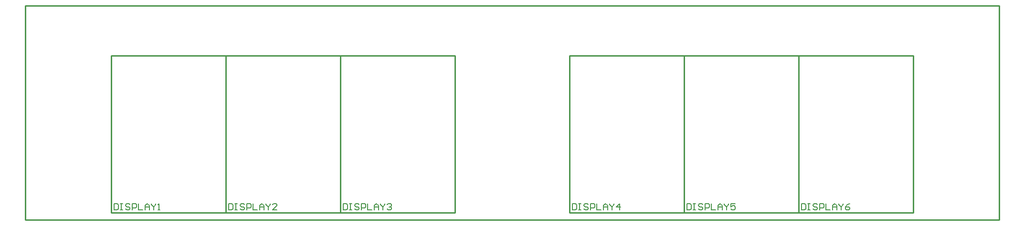
<source format=gto>
%FSLAX23Y23*%
%MOIN*%
G70*
G01*
G75*
%ADD10C,0.010*%
%ADD11C,0.030*%
%ADD12C,0.050*%
%ADD13C,0.080*%
%ADD14R,0.080X0.080*%
%ADD15C,0.300*%
%ADD16C,0.006*%
D10*
X7195Y7295D02*
Y8395D01*
X7995D01*
Y7295D02*
Y8395D01*
X7195Y7295D02*
X7995D01*
X8795D01*
Y8395D01*
X7995D02*
X8795D01*
X7995Y7295D02*
Y8395D01*
X8795Y7295D02*
Y8395D01*
X9595D01*
Y7295D02*
Y8395D01*
X8795Y7295D02*
X9595D01*
X10395D02*
X11195D01*
Y8395D01*
X10395D02*
X11195D01*
X10395Y7295D02*
Y8395D01*
X11195Y7295D02*
Y8395D01*
X11995D01*
Y7295D02*
Y8395D01*
X11195Y7295D02*
X11995D01*
X12795D01*
Y8395D01*
X11995D02*
X12795D01*
X11995Y7295D02*
Y8395D01*
X6595Y7245D02*
Y8745D01*
X13395Y7245D02*
Y8745D01*
X6595Y7245D02*
X13395D01*
X6595Y8745D02*
X13395D01*
D16*
X12015Y7360D02*
Y7315D01*
X12037D01*
X12045Y7322D01*
Y7352D01*
X12037Y7360D01*
X12015D01*
X12060D02*
X12075D01*
X12067D01*
Y7315D01*
X12060D01*
X12075D01*
X12127Y7352D02*
X12120Y7360D01*
X12105D01*
X12097Y7352D01*
Y7345D01*
X12105Y7337D01*
X12120D01*
X12127Y7330D01*
Y7322D01*
X12120Y7315D01*
X12105D01*
X12097Y7322D01*
X12142Y7315D02*
Y7360D01*
X12165D01*
X12172Y7352D01*
Y7337D01*
X12165Y7330D01*
X12142D01*
X12187Y7360D02*
Y7315D01*
X12217D01*
X12232D02*
Y7345D01*
X12247Y7360D01*
X12262Y7345D01*
Y7315D01*
Y7337D01*
X12232D01*
X12277Y7360D02*
Y7352D01*
X12292Y7337D01*
X12307Y7352D01*
Y7360D01*
X12292Y7337D02*
Y7315D01*
X12352Y7360D02*
X12337Y7352D01*
X12322Y7337D01*
Y7322D01*
X12330Y7315D01*
X12345D01*
X12352Y7322D01*
Y7330D01*
X12345Y7337D01*
X12322D01*
X11215Y7360D02*
Y7315D01*
X11237D01*
X11245Y7322D01*
Y7352D01*
X11237Y7360D01*
X11215D01*
X11260D02*
X11275D01*
X11267D01*
Y7315D01*
X11260D01*
X11275D01*
X11327Y7352D02*
X11320Y7360D01*
X11305D01*
X11297Y7352D01*
Y7345D01*
X11305Y7337D01*
X11320D01*
X11327Y7330D01*
Y7322D01*
X11320Y7315D01*
X11305D01*
X11297Y7322D01*
X11342Y7315D02*
Y7360D01*
X11365D01*
X11372Y7352D01*
Y7337D01*
X11365Y7330D01*
X11342D01*
X11387Y7360D02*
Y7315D01*
X11417D01*
X11432D02*
Y7345D01*
X11447Y7360D01*
X11462Y7345D01*
Y7315D01*
Y7337D01*
X11432D01*
X11477Y7360D02*
Y7352D01*
X11492Y7337D01*
X11507Y7352D01*
Y7360D01*
X11492Y7337D02*
Y7315D01*
X11552Y7360D02*
X11522D01*
Y7337D01*
X11537Y7345D01*
X11545D01*
X11552Y7337D01*
Y7322D01*
X11545Y7315D01*
X11530D01*
X11522Y7322D01*
X10415Y7360D02*
Y7315D01*
X10437D01*
X10445Y7322D01*
Y7352D01*
X10437Y7360D01*
X10415D01*
X10460D02*
X10475D01*
X10467D01*
Y7315D01*
X10460D01*
X10475D01*
X10527Y7352D02*
X10520Y7360D01*
X10505D01*
X10497Y7352D01*
Y7345D01*
X10505Y7337D01*
X10520D01*
X10527Y7330D01*
Y7322D01*
X10520Y7315D01*
X10505D01*
X10497Y7322D01*
X10542Y7315D02*
Y7360D01*
X10565D01*
X10572Y7352D01*
Y7337D01*
X10565Y7330D01*
X10542D01*
X10587Y7360D02*
Y7315D01*
X10617D01*
X10632D02*
Y7345D01*
X10647Y7360D01*
X10662Y7345D01*
Y7315D01*
Y7337D01*
X10632D01*
X10677Y7360D02*
Y7352D01*
X10692Y7337D01*
X10707Y7352D01*
Y7360D01*
X10692Y7337D02*
Y7315D01*
X10745D02*
Y7360D01*
X10722Y7337D01*
X10752D01*
X8815Y7360D02*
Y7315D01*
X8837D01*
X8845Y7322D01*
Y7352D01*
X8837Y7360D01*
X8815D01*
X8860D02*
X8875D01*
X8867D01*
Y7315D01*
X8860D01*
X8875D01*
X8927Y7352D02*
X8920Y7360D01*
X8905D01*
X8897Y7352D01*
Y7345D01*
X8905Y7337D01*
X8920D01*
X8927Y7330D01*
Y7322D01*
X8920Y7315D01*
X8905D01*
X8897Y7322D01*
X8942Y7315D02*
Y7360D01*
X8965D01*
X8972Y7352D01*
Y7337D01*
X8965Y7330D01*
X8942D01*
X8987Y7360D02*
Y7315D01*
X9017D01*
X9032D02*
Y7345D01*
X9047Y7360D01*
X9062Y7345D01*
Y7315D01*
Y7337D01*
X9032D01*
X9077Y7360D02*
Y7352D01*
X9092Y7337D01*
X9107Y7352D01*
Y7360D01*
X9092Y7337D02*
Y7315D01*
X9122Y7352D02*
X9130Y7360D01*
X9145D01*
X9152Y7352D01*
Y7345D01*
X9145Y7337D01*
X9137D01*
X9145D01*
X9152Y7330D01*
Y7322D01*
X9145Y7315D01*
X9130D01*
X9122Y7322D01*
X8015Y7360D02*
Y7315D01*
X8037D01*
X8045Y7322D01*
Y7352D01*
X8037Y7360D01*
X8015D01*
X8060D02*
X8075D01*
X8067D01*
Y7315D01*
X8060D01*
X8075D01*
X8127Y7352D02*
X8120Y7360D01*
X8105D01*
X8097Y7352D01*
Y7345D01*
X8105Y7337D01*
X8120D01*
X8127Y7330D01*
Y7322D01*
X8120Y7315D01*
X8105D01*
X8097Y7322D01*
X8142Y7315D02*
Y7360D01*
X8165D01*
X8172Y7352D01*
Y7337D01*
X8165Y7330D01*
X8142D01*
X8187Y7360D02*
Y7315D01*
X8217D01*
X8232D02*
Y7345D01*
X8247Y7360D01*
X8262Y7345D01*
Y7315D01*
Y7337D01*
X8232D01*
X8277Y7360D02*
Y7352D01*
X8292Y7337D01*
X8307Y7352D01*
Y7360D01*
X8292Y7337D02*
Y7315D01*
X8352D02*
X8322D01*
X8352Y7345D01*
Y7352D01*
X8345Y7360D01*
X8330D01*
X8322Y7352D01*
X7215Y7360D02*
Y7315D01*
X7237D01*
X7245Y7322D01*
Y7352D01*
X7237Y7360D01*
X7215D01*
X7260D02*
X7275D01*
X7267D01*
Y7315D01*
X7260D01*
X7275D01*
X7327Y7352D02*
X7320Y7360D01*
X7305D01*
X7297Y7352D01*
Y7345D01*
X7305Y7337D01*
X7320D01*
X7327Y7330D01*
Y7322D01*
X7320Y7315D01*
X7305D01*
X7297Y7322D01*
X7342Y7315D02*
Y7360D01*
X7365D01*
X7372Y7352D01*
Y7337D01*
X7365Y7330D01*
X7342D01*
X7387Y7360D02*
Y7315D01*
X7417D01*
X7432D02*
Y7345D01*
X7447Y7360D01*
X7462Y7345D01*
Y7315D01*
Y7337D01*
X7432D01*
X7477Y7360D02*
Y7352D01*
X7492Y7337D01*
X7507Y7352D01*
Y7360D01*
X7492Y7337D02*
Y7315D01*
X7522D02*
X7537D01*
X7530D01*
Y7360D01*
X7522Y7352D01*
M02*

</source>
